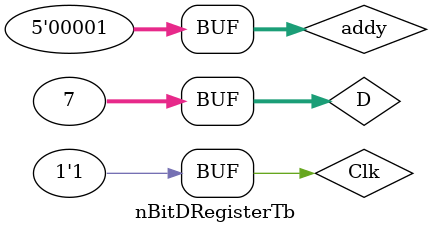
<source format=v>
`timescale 1ns / 1ps
`include "thrityTwoBitRegisterFile.sv"

module nBitDRegisterTb;

    reg [31:0] D;
    reg R, Clk, En;
	reg [4:0] addy;
    wire [31:0] Q, Qn;
    
    initial
        $monitor ("D = %d, Clk = %b, addy = %b, Q = %b", D, Clk, addy, Q);
    
    initial
    begin
    
        #0
        D = 8'd7;
		addy = 1;
        Clk = 1'b0;
		
		#10
        D = 8'd7;
		addy = 1;
        Clk = 1'b1;
		
		#10
        D = 8'd7;
		addy = 1;
        Clk = 1'b0;
		
		#10
        D = 8'd7;
		addy = 1;
        Clk = 1'b1;
        
    end
    
    initial
    begin
        $dumpfile("waveForm.vcd");
        
        $dumpvars(1, register1);
    end
    
	nBitDRegister #(.N(32)) register1 (
			.En(b1), 
			.D(D), 
			.Clk(Clk), 
			.R(1'b0), 
			.Q(Q), 
			.Qn(Qn)
	);

endmodule
</source>
